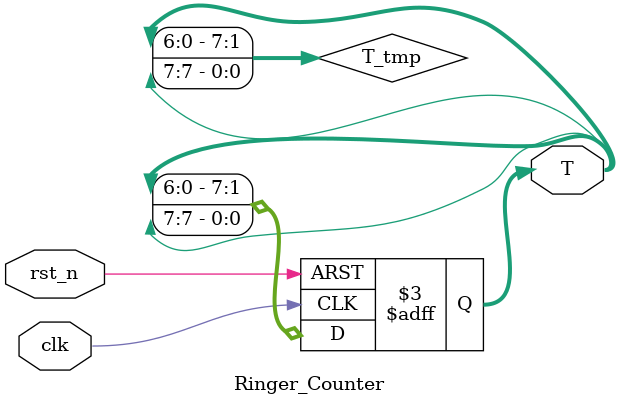
<source format=v>
`timescale 1ns / 1ps


module Ringer_Counter(
    input clk,
    input rst_n,
    output [7:0]T
    );
    reg [7:0]T;  
    //combinational
    wire[7:0]T_tmp = {T[6:0], T[7]};
    //sequential
    always@(posedge clk or negedge rst_n)
    if (~rst_n) T <= 8'b01010101;
    else T <= T_tmp;
    
endmodule

</source>
